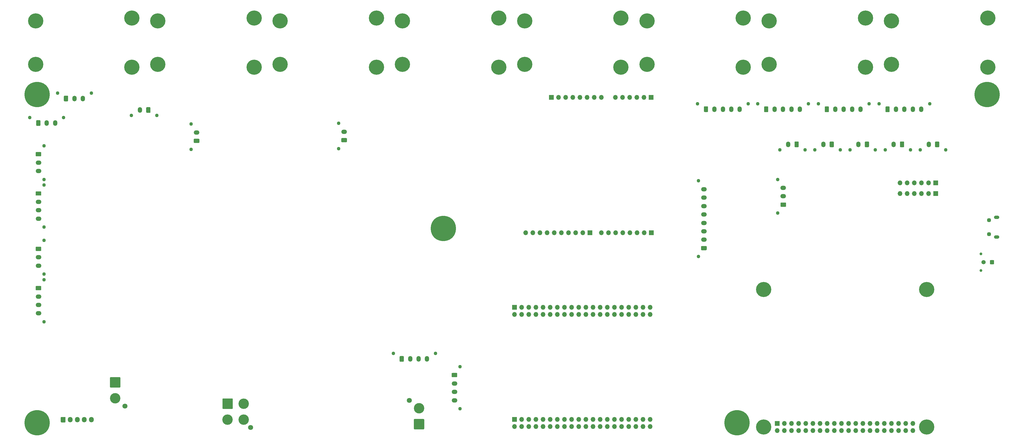
<source format=gbs>
G04 #@! TF.GenerationSoftware,KiCad,Pcbnew,(5.1.9)-1*
G04 #@! TF.CreationDate,2021-03-30T23:48:26-07:00*
G04 #@! TF.ProjectId,Ventilator,56656e74-696c-4617-946f-722e6b696361,A*
G04 #@! TF.SameCoordinates,Original*
G04 #@! TF.FileFunction,Soldermask,Bot*
G04 #@! TF.FilePolarity,Negative*
%FSLAX46Y46*%
G04 Gerber Fmt 4.6, Leading zero omitted, Abs format (unit mm)*
G04 Created by KiCad (PCBNEW (5.1.9)-1) date 2021-03-30 23:48:26*
%MOMM*%
%LPD*%
G01*
G04 APERTURE LIST*
%ADD10O,1.900000X1.200000*%
%ADD11C,1.450000*%
%ADD12O,2.020000X1.500000*%
%ADD13C,1.270000*%
%ADD14O,1.500000X2.020000*%
%ADD15C,1.500000*%
%ADD16C,1.000000*%
%ADD17C,1.800000*%
%ADD18C,3.700000*%
%ADD19C,0.800000*%
%ADD20C,5.400000*%
%ADD21R,1.700000X1.700000*%
%ADD22O,1.700000X1.700000*%
%ADD23C,9.000000*%
%ADD24O,1.700000X1.950000*%
G04 APERTURE END LIST*
D10*
X367437500Y-95750000D03*
X367437500Y-102750000D03*
D11*
X364737500Y-96750000D03*
X364737500Y-101750000D03*
D12*
X263250000Y-85750000D03*
X263250000Y-88750000D03*
X263250000Y-91750000D03*
X263250000Y-94750000D03*
X263250000Y-97750000D03*
X263250000Y-100750000D03*
X263250000Y-103750000D03*
G36*
G01*
X264010000Y-107500000D02*
X262490000Y-107500000D01*
G75*
G02*
X262240000Y-107250000I0J250000D01*
G01*
X262240000Y-106250000D01*
G75*
G02*
X262490000Y-106000000I250000J0D01*
G01*
X264010000Y-106000000D01*
G75*
G02*
X264260000Y-106250000I0J-250000D01*
G01*
X264260000Y-107250000D01*
G75*
G02*
X264010000Y-107500000I-250000J0D01*
G01*
G37*
D13*
X261290000Y-82750000D03*
X261290000Y-109750000D03*
X325600000Y-55290000D03*
X343600000Y-55290000D03*
G36*
G01*
X327850000Y-58010000D02*
X327850000Y-56490000D01*
G75*
G02*
X328100000Y-56240000I250000J0D01*
G01*
X329100000Y-56240000D01*
G75*
G02*
X329350000Y-56490000I0J-250000D01*
G01*
X329350000Y-58010000D01*
G75*
G02*
X329100000Y-58260000I-250000J0D01*
G01*
X328100000Y-58260000D01*
G75*
G02*
X327850000Y-58010000I0J250000D01*
G01*
G37*
D14*
X331600000Y-57250000D03*
X334600000Y-57250000D03*
X337600000Y-57250000D03*
X340600000Y-57250000D03*
D13*
X304000000Y-55290000D03*
X322000000Y-55290000D03*
G36*
G01*
X306250000Y-58010000D02*
X306250000Y-56490000D01*
G75*
G02*
X306500000Y-56240000I250000J0D01*
G01*
X307500000Y-56240000D01*
G75*
G02*
X307750000Y-56490000I0J-250000D01*
G01*
X307750000Y-58010000D01*
G75*
G02*
X307500000Y-58260000I-250000J0D01*
G01*
X306500000Y-58260000D01*
G75*
G02*
X306250000Y-58010000I0J250000D01*
G01*
G37*
D14*
X310000000Y-57250000D03*
X313000000Y-57250000D03*
X316000000Y-57250000D03*
X319000000Y-57250000D03*
D13*
X282400000Y-55290000D03*
X300400000Y-55290000D03*
G36*
G01*
X284650000Y-58010000D02*
X284650000Y-56490000D01*
G75*
G02*
X284900000Y-56240000I250000J0D01*
G01*
X285900000Y-56240000D01*
G75*
G02*
X286150000Y-56490000I0J-250000D01*
G01*
X286150000Y-58010000D01*
G75*
G02*
X285900000Y-58260000I-250000J0D01*
G01*
X284900000Y-58260000D01*
G75*
G02*
X284650000Y-58010000I0J250000D01*
G01*
G37*
D14*
X288400000Y-57250000D03*
X291400000Y-57250000D03*
X294400000Y-57250000D03*
X297400000Y-57250000D03*
D13*
X261000000Y-55240000D03*
X279000000Y-55240000D03*
G36*
G01*
X263250000Y-57960000D02*
X263250000Y-56440000D01*
G75*
G02*
X263500000Y-56190000I250000J0D01*
G01*
X264500000Y-56190000D01*
G75*
G02*
X264750000Y-56440000I0J-250000D01*
G01*
X264750000Y-57960000D01*
G75*
G02*
X264500000Y-58210000I-250000J0D01*
G01*
X263500000Y-58210000D01*
G75*
G02*
X263250000Y-57960000I0J250000D01*
G01*
G37*
D14*
X267000000Y-57200000D03*
X270000000Y-57200000D03*
X273000000Y-57200000D03*
X276000000Y-57200000D03*
D13*
X176460000Y-149000000D03*
X176460000Y-164000000D03*
G36*
G01*
X173740000Y-151250000D02*
X175260000Y-151250000D01*
G75*
G02*
X175510000Y-151500000I0J-250000D01*
G01*
X175510000Y-152500000D01*
G75*
G02*
X175260000Y-152750000I-250000J0D01*
G01*
X173740000Y-152750000D01*
G75*
G02*
X173490000Y-152500000I0J250000D01*
G01*
X173490000Y-151500000D01*
G75*
G02*
X173740000Y-151250000I250000J0D01*
G01*
G37*
D12*
X174500000Y-155000000D03*
X174500000Y-158000000D03*
X174500000Y-161000000D03*
D13*
X28460000Y-118000000D03*
X28460000Y-133000000D03*
G36*
G01*
X25740000Y-120250000D02*
X27260000Y-120250000D01*
G75*
G02*
X27510000Y-120500000I0J-250000D01*
G01*
X27510000Y-121500000D01*
G75*
G02*
X27260000Y-121750000I-250000J0D01*
G01*
X25740000Y-121750000D01*
G75*
G02*
X25490000Y-121500000I0J250000D01*
G01*
X25490000Y-120500000D01*
G75*
G02*
X25740000Y-120250000I250000J0D01*
G01*
G37*
D12*
X26500000Y-124000000D03*
X26500000Y-127000000D03*
X26500000Y-130000000D03*
D13*
X152750000Y-144290000D03*
X167750000Y-144290000D03*
G36*
G01*
X155000000Y-147010000D02*
X155000000Y-145490000D01*
G75*
G02*
X155250000Y-145240000I250000J0D01*
G01*
X156250000Y-145240000D01*
G75*
G02*
X156500000Y-145490000I0J-250000D01*
G01*
X156500000Y-147010000D01*
G75*
G02*
X156250000Y-147260000I-250000J0D01*
G01*
X155250000Y-147260000D01*
G75*
G02*
X155000000Y-147010000I0J250000D01*
G01*
G37*
D14*
X158750000Y-146250000D03*
X161750000Y-146250000D03*
X164750000Y-146250000D03*
D13*
X28460000Y-84250000D03*
X28460000Y-99250000D03*
G36*
G01*
X25740000Y-86500000D02*
X27260000Y-86500000D01*
G75*
G02*
X27510000Y-86750000I0J-250000D01*
G01*
X27510000Y-87750000D01*
G75*
G02*
X27260000Y-88000000I-250000J0D01*
G01*
X25740000Y-88000000D01*
G75*
G02*
X25490000Y-87750000I0J250000D01*
G01*
X25490000Y-86750000D01*
G75*
G02*
X25740000Y-86500000I250000J0D01*
G01*
G37*
D12*
X26500000Y-90250000D03*
X26500000Y-93250000D03*
X26500000Y-96250000D03*
D13*
X23450001Y-60185001D03*
X35450001Y-60185001D03*
G36*
G01*
X25700001Y-62905001D02*
X25700001Y-61385001D01*
G75*
G02*
X25950001Y-61135001I250000J0D01*
G01*
X26950001Y-61135001D01*
G75*
G02*
X27200001Y-61385001I0J-250000D01*
G01*
X27200001Y-62905001D01*
G75*
G02*
X26950001Y-63155001I-250000J0D01*
G01*
X25950001Y-63155001D01*
G75*
G02*
X25700001Y-62905001I0J250000D01*
G01*
G37*
D14*
X29450001Y-62145001D03*
X32450001Y-62145001D03*
D13*
X33300000Y-51440000D03*
X45300000Y-51440000D03*
G36*
G01*
X35550000Y-54160000D02*
X35550000Y-52640000D01*
G75*
G02*
X35800000Y-52390000I250000J0D01*
G01*
X36800000Y-52390000D01*
G75*
G02*
X37050000Y-52640000I0J-250000D01*
G01*
X37050000Y-54160000D01*
G75*
G02*
X36800000Y-54410000I-250000J0D01*
G01*
X35800000Y-54410000D01*
G75*
G02*
X35550000Y-54160000I0J250000D01*
G01*
G37*
D14*
X39300000Y-53400000D03*
X42300000Y-53400000D03*
D13*
X289540000Y-94250000D03*
X289540000Y-82250000D03*
G36*
G01*
X292260000Y-92000000D02*
X290740000Y-92000000D01*
G75*
G02*
X290490000Y-91750000I0J250000D01*
G01*
X290490000Y-90750000D01*
G75*
G02*
X290740000Y-90500000I250000J0D01*
G01*
X292260000Y-90500000D01*
G75*
G02*
X292510000Y-90750000I0J-250000D01*
G01*
X292510000Y-91750000D01*
G75*
G02*
X292260000Y-92000000I-250000J0D01*
G01*
G37*
D12*
X291500000Y-88250000D03*
X291500000Y-85250000D03*
D13*
X28460000Y-104000000D03*
X28460000Y-116000000D03*
G36*
G01*
X25740000Y-106250000D02*
X27260000Y-106250000D01*
G75*
G02*
X27510000Y-106500000I0J-250000D01*
G01*
X27510000Y-107500000D01*
G75*
G02*
X27260000Y-107750000I-250000J0D01*
G01*
X25740000Y-107750000D01*
G75*
G02*
X25490000Y-107500000I0J250000D01*
G01*
X25490000Y-106500000D01*
G75*
G02*
X25740000Y-106250000I250000J0D01*
G01*
G37*
D12*
X26500000Y-110000000D03*
X26500000Y-113000000D03*
D13*
X28460000Y-70250000D03*
X28460000Y-82250000D03*
G36*
G01*
X25740000Y-72500000D02*
X27260000Y-72500000D01*
G75*
G02*
X27510000Y-72750000I0J-250000D01*
G01*
X27510000Y-73750000D01*
G75*
G02*
X27260000Y-74000000I-250000J0D01*
G01*
X25740000Y-74000000D01*
G75*
G02*
X25490000Y-73750000I0J250000D01*
G01*
X25490000Y-72750000D01*
G75*
G02*
X25740000Y-72500000I250000J0D01*
G01*
G37*
D12*
X26500000Y-76250000D03*
X26500000Y-79250000D03*
D14*
X62600000Y-57500000D03*
G36*
G01*
X66350000Y-56740000D02*
X66350000Y-58260000D01*
G75*
G02*
X66100000Y-58510000I-250000J0D01*
G01*
X65100000Y-58510000D01*
G75*
G02*
X64850000Y-58260000I0J250000D01*
G01*
X64850000Y-56740000D01*
G75*
G02*
X65100000Y-56490000I250000J0D01*
G01*
X66100000Y-56490000D01*
G75*
G02*
X66350000Y-56740000I0J-250000D01*
G01*
G37*
D13*
X59600000Y-59460000D03*
X68600000Y-59460000D03*
X133290000Y-71250000D03*
X133290000Y-62250000D03*
G36*
G01*
X136010000Y-69000000D02*
X134490000Y-69000000D01*
G75*
G02*
X134240000Y-68750000I0J250000D01*
G01*
X134240000Y-67750000D01*
G75*
G02*
X134490000Y-67500000I250000J0D01*
G01*
X136010000Y-67500000D01*
G75*
G02*
X136260000Y-67750000I0J-250000D01*
G01*
X136260000Y-68750000D01*
G75*
G02*
X136010000Y-69000000I-250000J0D01*
G01*
G37*
D12*
X135250000Y-65250000D03*
D13*
X80790000Y-71500000D03*
X80790000Y-62500000D03*
G36*
G01*
X83510000Y-69250000D02*
X81990000Y-69250000D01*
G75*
G02*
X81740000Y-69000000I0J250000D01*
G01*
X81740000Y-68000000D01*
G75*
G02*
X81990000Y-67750000I250000J0D01*
G01*
X83510000Y-67750000D01*
G75*
G02*
X83760000Y-68000000I0J-250000D01*
G01*
X83760000Y-69000000D01*
G75*
G02*
X83510000Y-69250000I-250000J0D01*
G01*
G37*
D12*
X82750000Y-65500000D03*
D13*
X349250000Y-71710000D03*
X340250000Y-71710000D03*
G36*
G01*
X347000000Y-68990000D02*
X347000000Y-70510000D01*
G75*
G02*
X346750000Y-70760000I-250000J0D01*
G01*
X345750000Y-70760000D01*
G75*
G02*
X345500000Y-70510000I0J250000D01*
G01*
X345500000Y-68990000D01*
G75*
G02*
X345750000Y-68740000I250000J0D01*
G01*
X346750000Y-68740000D01*
G75*
G02*
X347000000Y-68990000I0J-250000D01*
G01*
G37*
D14*
X343250000Y-69750000D03*
D13*
X299250000Y-71710000D03*
X290250000Y-71710000D03*
G36*
G01*
X297000000Y-68990000D02*
X297000000Y-70510000D01*
G75*
G02*
X296750000Y-70760000I-250000J0D01*
G01*
X295750000Y-70760000D01*
G75*
G02*
X295500000Y-70510000I0J250000D01*
G01*
X295500000Y-68990000D01*
G75*
G02*
X295750000Y-68740000I250000J0D01*
G01*
X296750000Y-68740000D01*
G75*
G02*
X297000000Y-68990000I0J-250000D01*
G01*
G37*
D14*
X293250000Y-69750000D03*
D13*
X336750000Y-71710000D03*
X327750000Y-71710000D03*
G36*
G01*
X334500000Y-68990000D02*
X334500000Y-70510000D01*
G75*
G02*
X334250000Y-70760000I-250000J0D01*
G01*
X333250000Y-70760000D01*
G75*
G02*
X333000000Y-70510000I0J250000D01*
G01*
X333000000Y-68990000D01*
G75*
G02*
X333250000Y-68740000I250000J0D01*
G01*
X334250000Y-68740000D01*
G75*
G02*
X334500000Y-68990000I0J-250000D01*
G01*
G37*
D14*
X330750000Y-69750000D03*
D13*
X324250000Y-71710000D03*
X315250000Y-71710000D03*
G36*
G01*
X322000000Y-68990000D02*
X322000000Y-70510000D01*
G75*
G02*
X321750000Y-70760000I-250000J0D01*
G01*
X320750000Y-70760000D01*
G75*
G02*
X320500000Y-70510000I0J250000D01*
G01*
X320500000Y-68990000D01*
G75*
G02*
X320750000Y-68740000I250000J0D01*
G01*
X321750000Y-68740000D01*
G75*
G02*
X322000000Y-68990000I0J-250000D01*
G01*
G37*
D14*
X318250000Y-69750000D03*
D13*
X311750000Y-71710000D03*
X302750000Y-71710000D03*
G36*
G01*
X309500000Y-68990000D02*
X309500000Y-70510000D01*
G75*
G02*
X309250000Y-70760000I-250000J0D01*
G01*
X308250000Y-70760000D01*
G75*
G02*
X308000000Y-70510000I0J250000D01*
G01*
X308000000Y-68990000D01*
G75*
G02*
X308250000Y-68740000I250000J0D01*
G01*
X309250000Y-68740000D01*
G75*
G02*
X309500000Y-68990000I0J-250000D01*
G01*
G37*
D14*
X305750000Y-69750000D03*
D15*
X362760000Y-111760000D03*
G36*
G01*
X365260000Y-111010000D02*
X366260000Y-111010000D01*
G75*
G02*
X366510000Y-111260000I0J-250000D01*
G01*
X366510000Y-112260000D01*
G75*
G02*
X366260000Y-112510000I-250000J0D01*
G01*
X365260000Y-112510000D01*
G75*
G02*
X365010000Y-112260000I0J250000D01*
G01*
X365010000Y-111260000D01*
G75*
G02*
X365260000Y-111010000I250000J0D01*
G01*
G37*
D16*
X361820000Y-114760000D03*
X361820000Y-108760000D03*
D17*
X101980000Y-170670000D03*
D18*
X99500000Y-167900000D03*
X93800000Y-167900000D03*
X99500000Y-162200000D03*
G36*
G01*
X91950000Y-163800000D02*
X91950000Y-160600000D01*
G75*
G02*
X92200000Y-160350000I250000J0D01*
G01*
X95400000Y-160350000D01*
G75*
G02*
X95650000Y-160600000I0J-250000D01*
G01*
X95650000Y-163800000D01*
G75*
G02*
X95400000Y-164050000I-250000J0D01*
G01*
X92200000Y-164050000D01*
G75*
G02*
X91950000Y-163800000I0J250000D01*
G01*
G37*
D17*
X158420000Y-161030000D03*
D18*
X161900000Y-163800000D03*
G36*
G01*
X163750000Y-167900000D02*
X163750000Y-171100000D01*
G75*
G02*
X163500000Y-171350000I-250000J0D01*
G01*
X160300000Y-171350000D01*
G75*
G02*
X160050000Y-171100000I0J250000D01*
G01*
X160050000Y-167900000D01*
G75*
G02*
X160300000Y-167650000I250000J0D01*
G01*
X163500000Y-167650000D01*
G75*
G02*
X163750000Y-167900000I0J-250000D01*
G01*
G37*
D17*
X57280000Y-163070000D03*
D18*
X53800000Y-160300000D03*
G36*
G01*
X51950000Y-156200000D02*
X51950000Y-153000000D01*
G75*
G02*
X52200000Y-152750000I250000J0D01*
G01*
X55400000Y-152750000D01*
G75*
G02*
X55650000Y-153000000I0J-250000D01*
G01*
X55650000Y-156200000D01*
G75*
G02*
X55400000Y-156450000I-250000J0D01*
G01*
X52200000Y-156450000D01*
G75*
G02*
X51950000Y-156200000I0J250000D01*
G01*
G37*
D19*
X144725000Y-42250000D03*
D20*
X146750000Y-42250000D03*
D19*
X145318109Y-40818109D03*
X145318109Y-43681891D03*
X146750000Y-40225000D03*
X148181891Y-43681891D03*
X146750000Y-44275000D03*
X148181891Y-40818109D03*
X148775000Y-42250000D03*
X145318109Y-26181891D03*
X145318109Y-23318109D03*
X146750000Y-26775000D03*
X146750000Y-22725000D03*
X144725000Y-24750000D03*
D20*
X146750000Y-24750000D03*
D19*
X148775000Y-24750000D03*
X148181891Y-26181891D03*
X148181891Y-23318109D03*
X110475000Y-41250000D03*
X111068109Y-42681891D03*
X112500000Y-39225000D03*
X111068109Y-39818109D03*
X112500000Y-43275000D03*
X113931891Y-39818109D03*
X113931891Y-42681891D03*
D20*
X112500000Y-41250000D03*
D19*
X114525000Y-41250000D03*
X114525000Y-25750000D03*
X112500000Y-23725000D03*
D20*
X112500000Y-25750000D03*
D19*
X113931891Y-24318109D03*
X111068109Y-24318109D03*
X112500000Y-27775000D03*
X110475000Y-25750000D03*
X113931891Y-27181891D03*
X111068109Y-27181891D03*
X57725000Y-42250000D03*
D20*
X59750000Y-42250000D03*
D19*
X58318109Y-40818109D03*
X58318109Y-43681891D03*
X59750000Y-40225000D03*
X61181891Y-43681891D03*
X59750000Y-44275000D03*
X61181891Y-40818109D03*
X61775000Y-42250000D03*
X58318109Y-26181891D03*
X58318109Y-23318109D03*
X59750000Y-26775000D03*
X59750000Y-22725000D03*
X57725000Y-24750000D03*
D20*
X59750000Y-24750000D03*
D19*
X61775000Y-24750000D03*
X61181891Y-26181891D03*
X61181891Y-23318109D03*
X23475000Y-41250000D03*
X24068109Y-42681891D03*
X25500000Y-39225000D03*
X24068109Y-39818109D03*
X25500000Y-43275000D03*
X26931891Y-39818109D03*
X26931891Y-42681891D03*
D20*
X25500000Y-41250000D03*
D19*
X27525000Y-41250000D03*
X27525000Y-25750000D03*
X25500000Y-23725000D03*
D20*
X25500000Y-25750000D03*
D19*
X26931891Y-24318109D03*
X24068109Y-24318109D03*
X25500000Y-27775000D03*
X23475000Y-25750000D03*
X26931891Y-27181891D03*
X24068109Y-27181891D03*
X101225000Y-42250000D03*
D20*
X103250000Y-42250000D03*
D19*
X101818109Y-40818109D03*
X101818109Y-43681891D03*
X103250000Y-40225000D03*
X104681891Y-43681891D03*
X103250000Y-44275000D03*
X104681891Y-40818109D03*
X105275000Y-42250000D03*
X101818109Y-26181891D03*
X101818109Y-23318109D03*
X103250000Y-26775000D03*
X103250000Y-22725000D03*
X101225000Y-24750000D03*
D20*
X103250000Y-24750000D03*
D19*
X105275000Y-24750000D03*
X104681891Y-26181891D03*
X104681891Y-23318109D03*
X66975000Y-41250000D03*
X67568109Y-42681891D03*
X69000000Y-39225000D03*
X67568109Y-39818109D03*
X69000000Y-43275000D03*
X70431891Y-39818109D03*
X70431891Y-42681891D03*
D20*
X69000000Y-41250000D03*
D19*
X71025000Y-41250000D03*
X71025000Y-25750000D03*
X69000000Y-23725000D03*
D20*
X69000000Y-25750000D03*
D19*
X70431891Y-24318109D03*
X67568109Y-24318109D03*
X69000000Y-27775000D03*
X66975000Y-25750000D03*
X70431891Y-27181891D03*
X67568109Y-27181891D03*
X188225000Y-42250000D03*
D20*
X190250000Y-42250000D03*
D19*
X188818109Y-40818109D03*
X188818109Y-43681891D03*
X190250000Y-40225000D03*
X191681891Y-43681891D03*
X190250000Y-44275000D03*
X191681891Y-40818109D03*
X192275000Y-42250000D03*
X188818109Y-26181891D03*
X188818109Y-23318109D03*
X190250000Y-26775000D03*
X190250000Y-22725000D03*
X188225000Y-24750000D03*
D20*
X190250000Y-24750000D03*
D19*
X192275000Y-24750000D03*
X191681891Y-26181891D03*
X191681891Y-23318109D03*
X153975000Y-41250000D03*
X154568109Y-42681891D03*
X156000000Y-39225000D03*
X154568109Y-39818109D03*
X156000000Y-43275000D03*
X157431891Y-39818109D03*
X157431891Y-42681891D03*
D20*
X156000000Y-41250000D03*
D19*
X158025000Y-41250000D03*
X158025000Y-25750000D03*
X156000000Y-23725000D03*
D20*
X156000000Y-25750000D03*
D19*
X157431891Y-24318109D03*
X154568109Y-24318109D03*
X156000000Y-27775000D03*
X153975000Y-25750000D03*
X157431891Y-27181891D03*
X154568109Y-27181891D03*
X231725000Y-42250000D03*
D20*
X233750000Y-42250000D03*
D19*
X232318109Y-40818109D03*
X232318109Y-43681891D03*
X233750000Y-40225000D03*
X235181891Y-43681891D03*
X233750000Y-44275000D03*
X235181891Y-40818109D03*
X235775000Y-42250000D03*
X232318109Y-26181891D03*
X232318109Y-23318109D03*
X233750000Y-26775000D03*
X233750000Y-22725000D03*
X231725000Y-24750000D03*
D20*
X233750000Y-24750000D03*
D19*
X235775000Y-24750000D03*
X235181891Y-26181891D03*
X235181891Y-23318109D03*
X197475000Y-41250000D03*
X198068109Y-42681891D03*
X199500000Y-39225000D03*
X198068109Y-39818109D03*
X199500000Y-43275000D03*
X200931891Y-39818109D03*
X200931891Y-42681891D03*
D20*
X199500000Y-41250000D03*
D19*
X201525000Y-41250000D03*
X201525000Y-25750000D03*
X199500000Y-23725000D03*
D20*
X199500000Y-25750000D03*
D19*
X200931891Y-24318109D03*
X198068109Y-24318109D03*
X199500000Y-27775000D03*
X197475000Y-25750000D03*
X200931891Y-27181891D03*
X198068109Y-27181891D03*
X275225000Y-42250000D03*
D20*
X277250000Y-42250000D03*
D19*
X275818109Y-40818109D03*
X275818109Y-43681891D03*
X277250000Y-40225000D03*
X278681891Y-43681891D03*
X277250000Y-44275000D03*
X278681891Y-40818109D03*
X279275000Y-42250000D03*
X275818109Y-26181891D03*
X275818109Y-23318109D03*
X277250000Y-26775000D03*
X277250000Y-22725000D03*
X275225000Y-24750000D03*
D20*
X277250000Y-24750000D03*
D19*
X279275000Y-24750000D03*
X278681891Y-26181891D03*
X278681891Y-23318109D03*
X240975000Y-41250000D03*
X241568109Y-42681891D03*
X243000000Y-39225000D03*
X241568109Y-39818109D03*
X243000000Y-43275000D03*
X244431891Y-39818109D03*
X244431891Y-42681891D03*
D20*
X243000000Y-41250000D03*
D19*
X245025000Y-41250000D03*
X245025000Y-25750000D03*
X243000000Y-23725000D03*
D20*
X243000000Y-25750000D03*
D19*
X244431891Y-24318109D03*
X241568109Y-24318109D03*
X243000000Y-27775000D03*
X240975000Y-25750000D03*
X244431891Y-27181891D03*
X241568109Y-27181891D03*
X318725000Y-42250000D03*
D20*
X320750000Y-42250000D03*
D19*
X319318109Y-40818109D03*
X319318109Y-43681891D03*
X320750000Y-40225000D03*
X322181891Y-43681891D03*
X320750000Y-44275000D03*
X322181891Y-40818109D03*
X322775000Y-42250000D03*
X319318109Y-26181891D03*
X319318109Y-23318109D03*
X320750000Y-26775000D03*
X320750000Y-22725000D03*
X318725000Y-24750000D03*
D20*
X320750000Y-24750000D03*
D19*
X322775000Y-24750000D03*
X322181891Y-26181891D03*
X322181891Y-23318109D03*
X284475000Y-41250000D03*
X285068109Y-42681891D03*
X286500000Y-39225000D03*
X285068109Y-39818109D03*
X286500000Y-43275000D03*
X287931891Y-39818109D03*
X287931891Y-42681891D03*
D20*
X286500000Y-41250000D03*
D19*
X288525000Y-41250000D03*
X288525000Y-25750000D03*
X286500000Y-23725000D03*
D20*
X286500000Y-25750000D03*
D19*
X287931891Y-24318109D03*
X285068109Y-24318109D03*
X286500000Y-27775000D03*
X284475000Y-25750000D03*
X287931891Y-27181891D03*
X285068109Y-27181891D03*
X362225000Y-42250000D03*
D20*
X364250000Y-42250000D03*
D19*
X362818109Y-40818109D03*
X362818109Y-43681891D03*
X364250000Y-40225000D03*
X365681891Y-43681891D03*
X364250000Y-44275000D03*
X365681891Y-40818109D03*
X366275000Y-42250000D03*
X362818109Y-26181891D03*
X362818109Y-23318109D03*
X364250000Y-26775000D03*
X364250000Y-22725000D03*
X362225000Y-24750000D03*
D20*
X364250000Y-24750000D03*
D19*
X366275000Y-24750000D03*
X365681891Y-26181891D03*
X365681891Y-23318109D03*
X327975000Y-41250000D03*
X328568109Y-42681891D03*
X330000000Y-39225000D03*
X328568109Y-39818109D03*
X330000000Y-43275000D03*
X331431891Y-39818109D03*
X331431891Y-42681891D03*
D20*
X330000000Y-41250000D03*
D19*
X332025000Y-41250000D03*
X332025000Y-25750000D03*
X330000000Y-23725000D03*
D20*
X330000000Y-25750000D03*
D19*
X331431891Y-24318109D03*
X328568109Y-24318109D03*
X330000000Y-27775000D03*
X327975000Y-25750000D03*
X331431891Y-27181891D03*
X328568109Y-27181891D03*
D21*
X289370000Y-169230000D03*
D22*
X289370000Y-171770000D03*
X291910000Y-169230000D03*
X291910000Y-171770000D03*
X294450000Y-169230000D03*
X294450000Y-171770000D03*
X296990000Y-169230000D03*
X296990000Y-171770000D03*
X299530000Y-169230000D03*
X299530000Y-171770000D03*
X302070000Y-169230000D03*
X302070000Y-171770000D03*
X304610000Y-169230000D03*
X304610000Y-171770000D03*
X307150000Y-169230000D03*
X307150000Y-171770000D03*
X309690000Y-169230000D03*
X309690000Y-171770000D03*
X312230000Y-169230000D03*
X312230000Y-171770000D03*
X314770000Y-169230000D03*
X314770000Y-171770000D03*
X317310000Y-169230000D03*
X317310000Y-171770000D03*
X319850000Y-169230000D03*
X319850000Y-171770000D03*
X322390000Y-169230000D03*
X322390000Y-171770000D03*
X324930000Y-169230000D03*
X324930000Y-171770000D03*
X327470000Y-169230000D03*
X327470000Y-171770000D03*
X330010000Y-169230000D03*
X330010000Y-171770000D03*
X332550000Y-169230000D03*
X332550000Y-171770000D03*
X335090000Y-169230000D03*
X335090000Y-171770000D03*
X337630000Y-169230000D03*
X337630000Y-171770000D03*
D23*
X364000000Y-52000000D03*
X26000000Y-52000000D03*
X275000000Y-169000000D03*
X26000000Y-169000000D03*
X170561000Y-99695000D03*
D19*
X283068109Y-171931891D03*
X285931891Y-169068109D03*
X282475000Y-170500000D03*
X284500000Y-168475000D03*
D20*
X284500000Y-170500000D03*
D19*
X284500000Y-172525000D03*
X285931891Y-171931891D03*
X286525000Y-170500000D03*
X283068109Y-169068109D03*
X284500000Y-123525000D03*
X283068109Y-120068109D03*
X282475000Y-121500000D03*
X285931891Y-122931891D03*
X285931891Y-120068109D03*
X283068109Y-122931891D03*
D20*
X284500000Y-121500000D03*
D19*
X286525000Y-121500000D03*
X284500000Y-119475000D03*
D20*
X342500000Y-121500000D03*
D19*
X341068109Y-120068109D03*
X342500000Y-123525000D03*
X341068109Y-122931891D03*
X344525000Y-121500000D03*
X343931891Y-120068109D03*
X343931891Y-122931891D03*
X342500000Y-119475000D03*
X340475000Y-121500000D03*
D20*
X342500000Y-170500000D03*
D19*
X341068109Y-169068109D03*
X342500000Y-172525000D03*
X341068109Y-171931891D03*
X344525000Y-170500000D03*
X343931891Y-169068109D03*
X343931891Y-171931891D03*
X342500000Y-168475000D03*
X340475000Y-170500000D03*
D22*
X226740000Y-53000000D03*
X224200000Y-53000000D03*
X221660000Y-53000000D03*
X219120000Y-53000000D03*
X216580000Y-53000000D03*
X214040000Y-53000000D03*
X211500000Y-53000000D03*
D21*
X208960000Y-53000000D03*
X244500000Y-53000000D03*
D22*
X241960000Y-53000000D03*
X239420000Y-53000000D03*
X236880000Y-53000000D03*
X234340000Y-53000000D03*
X231800000Y-53000000D03*
D21*
X222671000Y-101259000D03*
D22*
X220131000Y-101259000D03*
X217591000Y-101259000D03*
X215051000Y-101259000D03*
X212511000Y-101259000D03*
X209971000Y-101259000D03*
X207431000Y-101259000D03*
X204891000Y-101259000D03*
X202351000Y-101259000D03*
X199811000Y-101259000D03*
D21*
X244515000Y-101259000D03*
D22*
X241975000Y-101259000D03*
X239435000Y-101259000D03*
X236895000Y-101259000D03*
X234355000Y-101259000D03*
X231815000Y-101259000D03*
X229275000Y-101259000D03*
X226735000Y-101259000D03*
X244094000Y-130378000D03*
X244094000Y-127838000D03*
X241554000Y-130378000D03*
X241554000Y-127838000D03*
X239014000Y-130378000D03*
X239014000Y-127838000D03*
X236474000Y-130378000D03*
X236474000Y-127838000D03*
X233934000Y-130378000D03*
X233934000Y-127838000D03*
X231394000Y-130378000D03*
X231394000Y-127838000D03*
X228854000Y-130378000D03*
X228854000Y-127838000D03*
X226314000Y-130378000D03*
X226314000Y-127838000D03*
X223774000Y-130378000D03*
X223774000Y-127838000D03*
X221234000Y-130378000D03*
X221234000Y-127838000D03*
X218694000Y-130378000D03*
X218694000Y-127838000D03*
X216154000Y-130378000D03*
X216154000Y-127838000D03*
X213614000Y-130378000D03*
X213614000Y-127838000D03*
X211074000Y-130378000D03*
X211074000Y-127838000D03*
X208534000Y-130378000D03*
X208534000Y-127838000D03*
X205994000Y-130378000D03*
X205994000Y-127838000D03*
X203454000Y-130378000D03*
X203454000Y-127838000D03*
X200914000Y-130378000D03*
X200914000Y-127838000D03*
X198374000Y-130378000D03*
X198374000Y-127838000D03*
X195834000Y-130378000D03*
D21*
X195834000Y-127838000D03*
X195834000Y-167835000D03*
D22*
X195834000Y-170375000D03*
X198374000Y-167835000D03*
X198374000Y-170375000D03*
X200914000Y-167835000D03*
X200914000Y-170375000D03*
X203454000Y-167835000D03*
X203454000Y-170375000D03*
X205994000Y-167835000D03*
X205994000Y-170375000D03*
X208534000Y-167835000D03*
X208534000Y-170375000D03*
X211074000Y-167835000D03*
X211074000Y-170375000D03*
X213614000Y-167835000D03*
X213614000Y-170375000D03*
X216154000Y-167835000D03*
X216154000Y-170375000D03*
X218694000Y-167835000D03*
X218694000Y-170375000D03*
X221234000Y-167835000D03*
X221234000Y-170375000D03*
X223774000Y-167835000D03*
X223774000Y-170375000D03*
X226314000Y-167835000D03*
X226314000Y-170375000D03*
X228854000Y-167835000D03*
X228854000Y-170375000D03*
X231394000Y-167835000D03*
X231394000Y-170375000D03*
X233934000Y-167835000D03*
X233934000Y-170375000D03*
X236474000Y-167835000D03*
X236474000Y-170375000D03*
X239014000Y-167835000D03*
X239014000Y-170375000D03*
X241554000Y-167835000D03*
X241554000Y-170375000D03*
X244094000Y-167835000D03*
X244094000Y-170375000D03*
D24*
X45300000Y-167900000D03*
X42800000Y-167900000D03*
X40300000Y-167900000D03*
X37800000Y-167900000D03*
G36*
G01*
X34450000Y-168625000D02*
X34450000Y-167175000D01*
G75*
G02*
X34700000Y-166925000I250000J0D01*
G01*
X35900000Y-166925000D01*
G75*
G02*
X36150000Y-167175000I0J-250000D01*
G01*
X36150000Y-168625000D01*
G75*
G02*
X35900000Y-168875000I-250000J0D01*
G01*
X34700000Y-168875000D01*
G75*
G02*
X34450000Y-168625000I0J250000D01*
G01*
G37*
D22*
X333050000Y-87250000D03*
X335590000Y-87250000D03*
X338130000Y-87250000D03*
X340670000Y-87250000D03*
X343210000Y-87250000D03*
D21*
X345750000Y-87250000D03*
X345750000Y-83500000D03*
D22*
X343210000Y-83500000D03*
X340670000Y-83500000D03*
X338130000Y-83500000D03*
X335590000Y-83500000D03*
X333050000Y-83500000D03*
M02*

</source>
